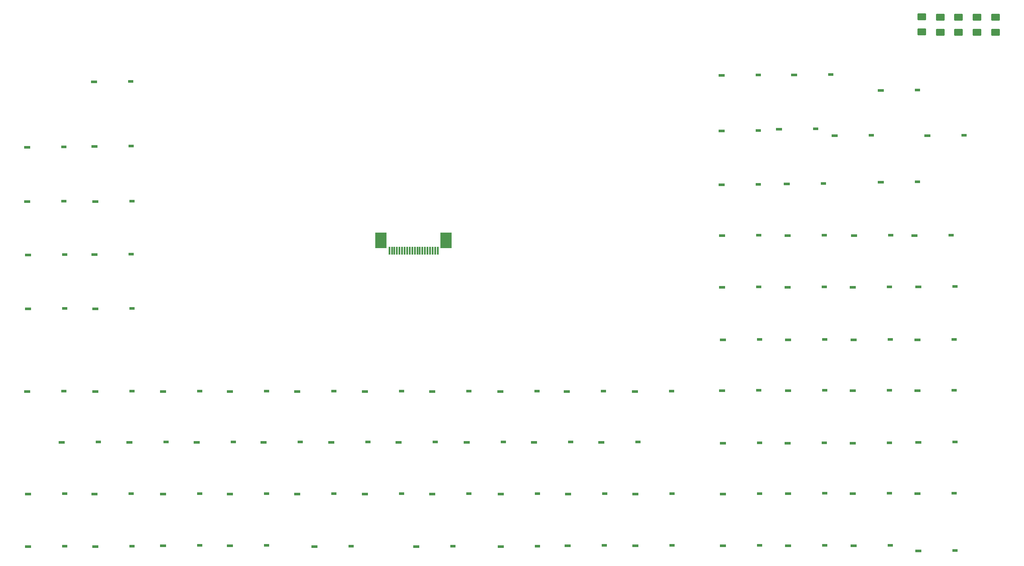
<source format=gbr>
%TF.GenerationSoftware,KiCad,Pcbnew,(5.99.0-9972-g9020611657)*%
%TF.CreationDate,2021-05-31T19:12:41-05:00*%
%TF.ProjectId,ti92revive,74693932-7265-4766-9976-652e6b696361,rev?*%
%TF.SameCoordinates,Original*%
%TF.FileFunction,Paste,Top*%
%TF.FilePolarity,Positive*%
%FSLAX46Y46*%
G04 Gerber Fmt 4.6, Leading zero omitted, Abs format (unit mm)*
G04 Created by KiCad (PCBNEW (5.99.0-9972-g9020611657)) date 2021-05-31 19:12:41*
%MOMM*%
%LPD*%
G01*
G04 APERTURE LIST*
G04 Aperture macros list*
%AMRoundRect*
0 Rectangle with rounded corners*
0 $1 Rounding radius*
0 $2 $3 $4 $5 $6 $7 $8 $9 X,Y pos of 4 corners*
0 Add a 4 corners polygon primitive as box body*
4,1,4,$2,$3,$4,$5,$6,$7,$8,$9,$2,$3,0*
0 Add four circle primitives for the rounded corners*
1,1,$1+$1,$2,$3*
1,1,$1+$1,$4,$5*
1,1,$1+$1,$6,$7*
1,1,$1+$1,$8,$9*
0 Add four rect primitives between the rounded corners*
20,1,$1+$1,$2,$3,$4,$5,0*
20,1,$1+$1,$4,$5,$6,$7,0*
20,1,$1+$1,$6,$7,$8,$9,0*
20,1,$1+$1,$8,$9,$2,$3,0*%
G04 Aperture macros list end*
%ADD10R,0.300000X1.600000*%
%ADD11R,2.240000X3.120000*%
%ADD12R,1.163750X0.608124*%
%ADD13R,1.133124X0.555624*%
%ADD14RoundRect,0.250001X0.624999X-0.462499X0.624999X0.462499X-0.624999X0.462499X-0.624999X-0.462499X0*%
G04 APERTURE END LIST*
D10*
%TO.C,J6*%
X135453000Y-82980000D03*
X135953000Y-82980000D03*
X136453000Y-82980000D03*
X136953000Y-82980000D03*
X137453000Y-82980000D03*
X137953000Y-82980000D03*
X138453000Y-82980000D03*
X138953000Y-82980000D03*
X139453000Y-82980000D03*
X139953000Y-82980000D03*
X140453000Y-82980000D03*
X140953000Y-82980000D03*
X141453000Y-82980000D03*
X141953000Y-82980000D03*
X142453000Y-82980000D03*
X142953000Y-82980000D03*
X143453000Y-82980000D03*
X143953000Y-82980000D03*
X144453000Y-82980000D03*
X144953000Y-82980000D03*
D11*
X133806000Y-81000000D03*
X146600000Y-81000000D03*
%TD*%
D12*
%TO.C,kbLBrack1*%
X200924875Y-100511062D03*
D13*
X208093000Y-100457000D03*
%TD*%
D12*
%TO.C,kbMode1*%
X200670875Y-59490062D03*
D13*
X207839000Y-59436000D03*
%TD*%
D12*
%TO.C,kbAPPS2*%
X213624875Y-80064062D03*
D13*
X220793000Y-80010000D03*
%TD*%
D12*
%TO.C,kbQ1*%
X64399875Y-110671062D03*
D13*
X71568000Y-110617000D03*
%TD*%
D12*
%TO.C,kbN7*%
X213751875Y-110544062D03*
D13*
X220920000Y-110490000D03*
%TD*%
D12*
%TO.C,kbALT1*%
X77734875Y-141151062D03*
D13*
X84903000Y-141097000D03*
%TD*%
D12*
%TO.C,kbA1*%
X71130875Y-120704062D03*
D13*
X78299000Y-120650000D03*
%TD*%
D12*
%TO.C,kbK1*%
X163840875Y-120704062D03*
D13*
X171009000Y-120650000D03*
%TD*%
D12*
%TO.C,kbV1*%
X117358875Y-130864062D03*
D13*
X124527000Y-130810000D03*
%TD*%
D12*
%TO.C,kbDot1*%
X213751875Y-141024062D03*
D13*
X220920000Y-140970000D03*
%TD*%
D12*
%TO.C,kbF1*%
X110754875Y-120704062D03*
D13*
X117923000Y-120650000D03*
%TD*%
D12*
%TO.C,kf5*%
X77607875Y-62538062D03*
D13*
X84776000Y-62484000D03*
%TD*%
D12*
%TO.C,kbLn1*%
X200797875Y-80064062D03*
D13*
X207966000Y-80010000D03*
%TD*%
D12*
%TO.C,kbTAN1*%
X226451875Y-90224062D03*
D13*
X233620000Y-90170000D03*
%TD*%
D12*
%TO.C,kbEnterNum1*%
X226705875Y-80064062D03*
D13*
X233874000Y-80010000D03*
%TD*%
D12*
%TO.C,kbALTG1*%
X157363875Y-141151062D03*
D13*
X164532000Y-141097000D03*
%TD*%
D12*
%TO.C,kbL1*%
X177048875Y-120704062D03*
D13*
X184217000Y-120650000D03*
%TD*%
D12*
%TO.C,kbDot2*%
X170571875Y-130864062D03*
D13*
X177740000Y-130810000D03*
%TD*%
D12*
%TO.C,kbS1*%
X84465875Y-120704062D03*
D13*
X91634000Y-120650000D03*
%TD*%
D14*
%TO.C,D2*%
X243600000Y-40087500D03*
X243600000Y-37112500D03*
%TD*%
D12*
%TO.C,kbY1*%
X130693875Y-110671062D03*
D13*
X137862000Y-110617000D03*
%TD*%
D12*
%TO.C,kf8*%
X77734875Y-94415062D03*
D13*
X84903000Y-94361000D03*
%TD*%
D12*
%TO.C,kbN2*%
X213751875Y-130737062D03*
D13*
X220920000Y-130683000D03*
%TD*%
D12*
%TO.C,kbP1*%
X183652875Y-110671062D03*
D13*
X190821000Y-110617000D03*
%TD*%
D12*
%TO.C,kf3*%
X64526875Y-83874062D03*
D13*
X71695000Y-83820000D03*
%TD*%
D12*
%TO.C,kbClear1*%
X200670875Y-70031062D03*
D13*
X207839000Y-69977000D03*
%TD*%
D14*
%TO.C,D82*%
X247200000Y-40087500D03*
X247200000Y-37112500D03*
%TD*%
D12*
%TO.C,kbJ1*%
X150632875Y-120704062D03*
D13*
X157801000Y-120650000D03*
%TD*%
D12*
%TO.C,kbSpace1*%
X120787875Y-141151062D03*
D13*
X127956000Y-141097000D03*
%TD*%
D12*
%TO.C,kN666*%
X226451875Y-120831062D03*
D13*
X233620000Y-120777000D03*
%TD*%
D12*
%TO.C,kbShiftL1*%
X64526875Y-130864062D03*
D13*
X71695000Y-130810000D03*
%TD*%
D12*
%TO.C,kbSpace2*%
X140726875Y-141151062D03*
D13*
X147895000Y-141097000D03*
%TD*%
D12*
%TO.C,arrwDWN1*%
X231912875Y-69523062D03*
D13*
X239081000Y-69469000D03*
%TD*%
D12*
%TO.C,kbMult1*%
X239151875Y-110544062D03*
D13*
X246320000Y-110490000D03*
%TD*%
D12*
%TO.C,klock1*%
X77480875Y-49838062D03*
D13*
X84649000Y-49784000D03*
%TD*%
D12*
%TO.C,kbT1*%
X117358875Y-110671062D03*
D13*
X124527000Y-110617000D03*
%TD*%
D12*
%TO.C,kbN3*%
X226451875Y-130737062D03*
D13*
X233620000Y-130683000D03*
%TD*%
D12*
%TO.C,kbM1*%
X157363875Y-130864062D03*
D13*
X164532000Y-130810000D03*
%TD*%
D12*
%TO.C,kbN8*%
X226451875Y-110544062D03*
D13*
X233620000Y-110490000D03*
%TD*%
D12*
%TO.C,kf2*%
X64399875Y-73333062D03*
D13*
X71568000Y-73279000D03*
%TD*%
D12*
%TO.C,kbSIN1*%
X200797875Y-90224062D03*
D13*
X207966000Y-90170000D03*
%TD*%
D12*
%TO.C,kbESC1*%
X214894875Y-48441062D03*
D13*
X222063000Y-48387000D03*
%TD*%
D12*
%TO.C,kb2nd1*%
X200670875Y-48568062D03*
D13*
X207839000Y-48514000D03*
%TD*%
D12*
%TO.C,kbN5*%
X200797875Y-110544062D03*
D13*
X207966000Y-110490000D03*
%TD*%
D12*
%TO.C,kbH1*%
X137297875Y-120704062D03*
D13*
X144466000Y-120650000D03*
%TD*%
D12*
%TO.C,kbO1*%
X170317875Y-110671062D03*
D13*
X177486000Y-110617000D03*
%TD*%
D12*
%TO.C,kbNeg1*%
X226578875Y-141024062D03*
D13*
X233747000Y-140970000D03*
%TD*%
D12*
%TO.C,kf6*%
X77734875Y-73333062D03*
D13*
X84903000Y-73279000D03*
%TD*%
D12*
%TO.C,kbN9*%
X200924875Y-120831062D03*
D13*
X208093000Y-120777000D03*
%TD*%
D12*
%TO.C,kbG1*%
X124089875Y-120704062D03*
D13*
X131258000Y-120650000D03*
%TD*%
D14*
%TO.C,D4*%
X239930000Y-40047500D03*
X239930000Y-37072500D03*
%TD*%
D12*
%TO.C,arrwRight1*%
X241056875Y-60379062D03*
D13*
X248225000Y-60325000D03*
%TD*%
D12*
%TO.C,kf7*%
X77607875Y-83747062D03*
D13*
X84776000Y-83693000D03*
%TD*%
D12*
%TO.C,kbPowerButton1*%
X64526875Y-141151062D03*
D13*
X71695000Y-141097000D03*
%TD*%
D12*
%TO.C,kbN1*%
X200924875Y-130864062D03*
D13*
X208093000Y-130810000D03*
%TD*%
D12*
%TO.C,kbAPPS1*%
X213497875Y-69904062D03*
D13*
X220666000Y-69850000D03*
%TD*%
D12*
%TO.C,kf4*%
X64526875Y-94415062D03*
D13*
X71695000Y-94361000D03*
%TD*%
D14*
%TO.C,D1*%
X254400000Y-40087500D03*
X254400000Y-37112500D03*
%TD*%
D12*
%TO.C,kbBKSP1*%
X170444875Y-141024062D03*
D13*
X177613000Y-140970000D03*
%TD*%
D12*
%TO.C,kbMinus1*%
X239278875Y-120704062D03*
D13*
X246447000Y-120650000D03*
%TD*%
D12*
%TO.C,kbX1*%
X91069875Y-130864062D03*
D13*
X98238000Y-130810000D03*
%TD*%
D12*
%TO.C,kbD1*%
X97673875Y-120704062D03*
D13*
X104842000Y-120650000D03*
%TD*%
D12*
%TO.C,kbI1*%
X157236875Y-110671062D03*
D13*
X164405000Y-110617000D03*
%TD*%
D12*
%TO.C,kbB1*%
X130693875Y-130864062D03*
D13*
X137862000Y-130810000D03*
%TD*%
D12*
%TO.C,arrwUP1*%
X231912875Y-51489062D03*
D13*
X239081000Y-51435000D03*
%TD*%
D12*
%TO.C,kf1*%
X64399875Y-62665062D03*
D13*
X71568000Y-62611000D03*
%TD*%
D12*
%TO.C,kbW1*%
X77734875Y-110671062D03*
D13*
X84903000Y-110617000D03*
%TD*%
D12*
%TO.C,kbTAB1*%
X104150875Y-141024062D03*
D13*
X111319000Y-140970000D03*
%TD*%
D12*
%TO.C,arrwLeft1*%
X222895875Y-60379062D03*
D13*
X230064000Y-60325000D03*
%TD*%
D12*
%TO.C,kbEnterNum66*%
X238516875Y-80064062D03*
D13*
X245685000Y-80010000D03*
%TD*%
D12*
%TO.C,kbENT1*%
X239278875Y-142040062D03*
D13*
X246447000Y-141986000D03*
%TD*%
D12*
%TO.C,kbN4*%
X200924875Y-141024062D03*
D13*
X208093000Y-140970000D03*
%TD*%
D14*
%TO.C,D81*%
X250800000Y-40087500D03*
X250800000Y-37112500D03*
%TD*%
D12*
%TO.C,kbR1*%
X104150875Y-110671062D03*
D13*
X111319000Y-110617000D03*
%TD*%
D12*
%TO.C,kbComa1*%
X226578875Y-100511062D03*
D13*
X233747000Y-100457000D03*
%TD*%
D12*
%TO.C,kbAnex2*%
X91069875Y-141024062D03*
D13*
X98238000Y-140970000D03*
%TD*%
D12*
%TO.C,kbESC55*%
X211973875Y-59109062D03*
D13*
X219142000Y-59055000D03*
%TD*%
D12*
%TO.C,kbCOS1*%
X213624875Y-90224062D03*
D13*
X220793000Y-90170000D03*
%TD*%
D12*
%TO.C,kbC1*%
X104150875Y-130864062D03*
D13*
X111319000Y-130810000D03*
%TD*%
D12*
%TO.C,kbU1*%
X143901875Y-110671062D03*
D13*
X151070000Y-110617000D03*
%TD*%
D12*
%TO.C,kbZ1*%
X77607875Y-130864062D03*
D13*
X84776000Y-130810000D03*
%TD*%
D12*
%TO.C,kbRET32*%
X183779875Y-141024062D03*
D13*
X190948000Y-140970000D03*
%TD*%
D12*
%TO.C,kbRBrack1*%
X213751875Y-100511062D03*
D13*
X220920000Y-100457000D03*
%TD*%
D12*
%TO.C,kbPI1*%
X239278875Y-90097062D03*
D13*
X246447000Y-90043000D03*
%TD*%
D12*
%TO.C,kbN521*%
X213624875Y-120831062D03*
D13*
X220793000Y-120777000D03*
%TD*%
D12*
%TO.C,kbRET1*%
X183779875Y-130864062D03*
D13*
X190948000Y-130810000D03*
%TD*%
D12*
%TO.C,kwE1*%
X91069875Y-110671062D03*
D13*
X98238000Y-110617000D03*
%TD*%
D12*
%TO.C,kbDiv1*%
X239151875Y-100511062D03*
D13*
X246320000Y-100457000D03*
%TD*%
D12*
%TO.C,kbN6*%
X143901875Y-130864062D03*
D13*
X151070000Y-130810000D03*
%TD*%
D12*
%TO.C,kbPLUS1*%
X239151875Y-130737062D03*
D13*
X246320000Y-130683000D03*
%TD*%
M02*

</source>
